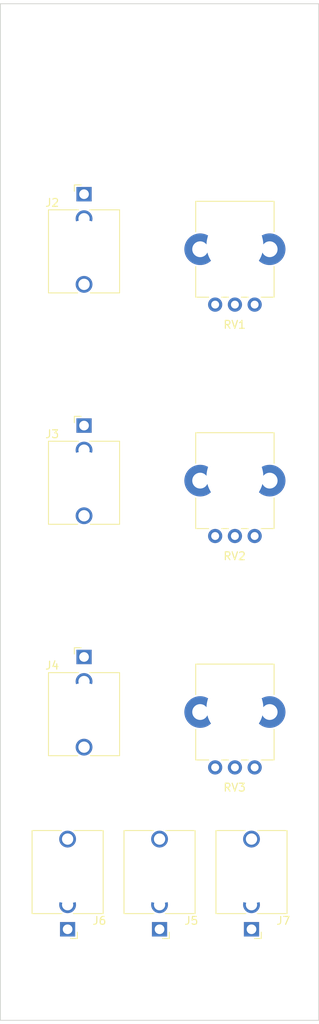
<source format=kicad_pcb>
(kicad_pcb (version 20221018) (generator pcbnew)
  (layers (0 "F.Cu" signal) (31 "B.Cu" signal) (34 "B.Paste" user) (35 "F.Paste" user) (36 "B.SilkS" user "B.Silkscreen") (37 "F.SilkS" user "F.Silkscreen") (38 "B.Mask" user) (39 "F.Mask" user) (44 "Edge.Cuts" user))
  (net 0 "")
  (net 1 "GND")
  (net 2 "Net-(J5-PadT)")
  (net 4 "Net-(J6-PadT)")
  (net 6 "Net-(J7-PadT)")
  (net 8 "/IN1")
  (net 9 "/IN2")
  (net 10 "/IN3")
  (net 11 "/IW1")
  (net 12 "/IW2")
  (net 13 "/IW3")
  (footprint "Custom_Footprints:Sub_Miniature_Switch_MountingHole_3.5mm" (layer "F.Cu") (at 144.36 140.1 180)
    (fp_text reference "Ref**" hide)
    (fp_text value "Subminiature_Switch" hide)
    (pad "" np_thru_hole circle (at 0 0 180) (size 6.4 6.4) (drill 6.4) (layers "F&B.Cu" "*.Mask"))
  )
  (footprint "Connector_Audio:Jack_3.5mm_QingPu_WQP-PJ398SM_Vertical_CircularHoles" (layer "F.Cu") (at 144.36 146.58 180)
    (fp_text reference "J5" (at -4.03 1.08) (layer "F.SilkS"))
    (fp_text value "INV OUT")
    (fp_line (start -4.5 1.98) (end -4.5 12.48) (stroke (width 0.12)) (layer "F.SilkS"))
    (fp_line (start -1.23 -1.17) (end -1.23 -0.37) (stroke (width 0.12)) (layer "F.SilkS"))
    (fp_line (start -1.23 -1.17) (end -0.37 -1.17) (stroke (width 0.12)) (layer "F.SilkS"))
    (fp_line (start -0.8 12.48) (end -4.5 12.48) (stroke (width 0.12)) (layer "F.SilkS"))
    (fp_line (start -0.72 1.98) (end -4.5 1.98) (stroke (width 0.12)) (layer "F.SilkS"))
    (fp_line (start 4.5 1.98) (end 0.72 1.98) (stroke (width 0.12)) (layer "F.SilkS"))
    (fp_line (start 4.5 1.98) (end 4.5 12.48) (stroke (width 0.12)) (layer "F.SilkS"))
    (fp_line (start 4.5 12.48) (end 0.8 12.48) (stroke (width 0.12)) (layer "F.SilkS"))
    (fp_circle (center 0 6.48) (end 1.8 6.48) (stroke (width 0.12)) (fill none) (layer "F.SilkS"))
    (pad "S" thru_hole rect (at 0 0) (size 1.93 1.83) (drill 1.22) (layers "*.Cu" "*.Mask") (net 1 "GND"))
    (pad "T" thru_hole circle (at 0 11.4) (size 2.13 2.13) (drill 1.43) (layers "*.Cu" "*.Mask") (net 2 "Net-(J5-PadT)"))
    (pad "TN" thru_hole circle (at 0 3.1) (size 2.13 2.13) (drill 1.42) (layers "*.Cu" "*.Mask"))
  )
  (footprint "Custom_Footprints:Sub_Miniature_Switch_MountingHole_3.5mm" (layer "F.Cu") (at 134.8 89.39)
    (fp_text reference "Ref**" hide)
    (fp_text value "Subminiature_Switch" hide)
    (pad "" np_thru_hole circle (at 0 0) (size 6.4 6.4) (drill 6.4) (layers "F&B.Cu" "*.Mask"))
  )
  (footprint "" (layer "F.Cu") (at 153.9 60.12)
    (fp_text reference "" (at 0 0) (layer "F.SilkS") (effects (font (size 1.27 1.27))))
    (fp_text value "" (at 0 0) (layer "F.SilkS") (effects (font (size 1.27 1.27))))
    (pad "" np_thru_hole circle (at 0 0) (size 7.2 7.2) (drill 7.2) (layers "F&B.Cu" "*.Mask"))
  )
  (footprint "Custom_Footprints:Sub_Miniature_Switch_MountingHole_3.5mm" (layer "F.Cu") (at 132.72 140.1 180)
    (fp_text reference "Ref**" hide)
    (fp_text value "Subminiature_Switch" hide)
    (pad "" np_thru_hole circle (at 0 0 180) (size 6.4 6.4) (drill 6.4) (layers "F&B.Cu" "*.Mask"))
  )
  (footprint "Custom_Footprints:Sub_Miniature_Switch_MountingHole_3.5mm" (layer "F.Cu") (at 134.8 118.64)
    (fp_text reference "Ref**" hide)
    (fp_text value "Subminiature_Switch" hide)
    (pad "" np_thru_hole circle (at 0 0) (size 6.4 6.4) (drill 6.4) (layers "F&B.Cu" "*.Mask"))
  )
  (footprint "Custom_Footprints:Sub_Miniature_Switch_MountingHole_3.5mm" (layer "F.Cu") (at 156 140.1 180)
    (fp_text reference "Ref**" hide)
    (fp_text value "Subminiature_Switch" hide)
    (pad "" np_thru_hole circle (at 0 0 180) (size 6.4 6.4) (drill 6.4) (layers "F&B.Cu" "*.Mask"))
  )
  (footprint "MountingHole:MountingHole_3.2mm_M3" (layer "F.Cu") (at 157.11 32.59)
    (fp_text reference "REF**" hide)
    (fp_text value "MountingHole_3.2mm_M3" hide)
    (pad "" np_thru_hole oval (at 0 0) (size 7 3.2) (drill oval 7 3.2) (layers "F&B.Cu" "*.Mask"))
  )
  (footprint "MountingHole:MountingHole_3.2mm_M3" (layer "F.Cu") (at 131.71 32.59)
    (fp_text reference "REF**" hide)
    (fp_text value "MountingHole_3.2mm_M3" hide)
    (pad "" np_thru_hole oval (at 0 0) (size 7 3.2) (drill oval 7 3.2) (layers "F&B.Cu" "*.Mask"))
  )
  (footprint "Connector_Audio:Jack_3.5mm_QingPu_WQP-PJ398SM_Vertical_CircularHoles" (layer "F.Cu") (at 134.8 112.16)
    (fp_text reference "J4" (at -4.03 1.08 180) (layer "F.SilkS"))
    (fp_text value "IN3")
    (fp_line (start -4.5 1.98) (end -4.5 12.48) (stroke (width 0.12)) (layer "F.SilkS"))
    (fp_line (start -1.23 -1.17) (end -1.23 -0.37) (stroke (width 0.12)) (layer "F.SilkS"))
    (fp_line (start -1.23 -1.17) (end -0.37 -1.17) (stroke (width 0.12)) (layer "F.SilkS"))
    (fp_line (start -0.8 12.48) (end -4.5 12.48) (stroke (width 0.12)) (layer "F.SilkS"))
    (fp_line (start -0.72 1.98) (end -4.5 1.98) (stroke (width 0.12)) (layer "F.SilkS"))
    (fp_line (start 4.5 1.98) (end 0.72 1.98) (stroke (width 0.12)) (layer "F.SilkS"))
    (fp_line (start 4.5 1.98) (end 4.5 12.48) (stroke (width 0.12)) (layer "F.SilkS"))
    (fp_line (start 4.5 12.48) (end 0.8 12.48) (stroke (width 0.12)) (layer "F.SilkS"))
    (fp_circle (center 0 6.48) (end 1.8 6.48) (stroke (width 0.12)) (fill none) (layer "F.SilkS"))
    (pad "S" thru_hole rect (at 0 0 180) (size 1.93 1.83) (drill 1.22) (layers "*.Cu" "*.Mask") (net 1 "GND"))
    (pad "T" thru_hole circle (at 0 11.4 180) (size 2.13 2.13) (drill 1.43) (layers "*.Cu" "*.Mask") (net 10 "/IN3"))
    (pad "TN" thru_hole circle (at 0 3.1 180) (size 2.13 2.13) (drill 1.42) (layers "*.Cu" "*.Mask") (net 1 "GND"))
  )
  (footprint "" (layer "F.Cu") (at 153.9 118.62)
    (fp_text reference "" (at 0 0) (layer "F.SilkS") (effects (font (size 1.27 1.27))))
    (fp_text value "" (at 0 0) (layer "F.SilkS") (effects (font (size 1.27 1.27))))
    (pad "" np_thru_hole circle (at 0 0) (size 7.2 7.2) (drill 7.2) (layers "F&B.Cu" "*.Mask"))
  )
  (footprint "Connector_Audio:Jack_3.5mm_QingPu_WQP-PJ398SM_Vertical_CircularHoles" (layer "F.Cu") (at 134.8 82.91)
    (fp_text reference "J3" (at -4.03 1.08 180) (layer "F.SilkS"))
    (fp_text value "IN2")
    (fp_line (start -4.5 1.98) (end -4.5 12.48) (stroke (width 0.12)) (layer "F.SilkS"))
    (fp_line (start -1.23 -1.17) (end -1.23 -0.37) (stroke (width 0.12)) (layer "F.SilkS"))
    (fp_line (start -1.23 -1.17) (end -0.37 -1.17) (stroke (width 0.12)) (layer "F.SilkS"))
    (fp_line (start -0.8 12.48) (end -4.5 12.48) (stroke (width 0.12)) (layer "F.SilkS"))
    (fp_line (start -0.72 1.98) (end -4.5 1.98) (stroke (width 0.12)) (layer "F.SilkS"))
    (fp_line (start 4.5 1.98) (end 0.72 1.98) (stroke (width 0.12)) (layer "F.SilkS"))
    (fp_line (start 4.5 1.98) (end 4.5 12.48) (stroke (width 0.12)) (layer "F.SilkS"))
    (fp_line (start 4.5 12.48) (end 0.8 12.48) (stroke (width 0.12)) (layer "F.SilkS"))
    (fp_circle (center 0 6.48) (end 1.8 6.48) (stroke (width 0.12)) (fill none) (layer "F.SilkS"))
    (pad "S" thru_hole rect (at 0 0 180) (size 1.93 1.83) (drill 1.22) (layers "*.Cu" "*.Mask") (net 1 "GND"))
    (pad "T" thru_hole circle (at 0 11.4 180) (size 2.13 2.13) (drill 1.43) (layers "*.Cu" "*.Mask") (net 9 "/IN2"))
    (pad "TN" thru_hole circle (at 0 3.1 180) (size 2.13 2.13) (drill 1.42) (layers "*.Cu" "*.Mask") (net 1 "GND"))
  )
  (footprint "Custom_Footprints:Alpha_9mm_Potentiometer_Aligned" (layer "F.Cu") (at 153.9 118.62)
    (fp_text reference "RV3" (at -0.04 10.04) (layer "F.SilkS"))
    (fp_text value "100k")
    (fp_line (start -4.961 -5.56) (end 4.96 -5.56) (stroke (width 0.12)) (layer "F.SilkS"))
    (fp_line (start -4.961 -1.695) (end -4.961 -5.56) (stroke (width 0.12)) (layer "F.SilkS"))
    (fp_line (start -4.961 6.56) (end -4.961 2.694) (stroke (width 0.12)) (layer "F.SilkS"))
    (fp_line (start -4.961 6.56) (end -3.325 6.56) (stroke (width 0.12)) (layer "F.SilkS"))
    (fp_line (start -1.675 6.56) (end -0.825 6.56) (stroke (width 0.12)) (layer "F.SilkS"))
    (fp_line (start 0.825 6.56) (end 1.675 6.56) (stroke (width 0.12)) (layer "F.SilkS"))
    (fp_line (start 3.325 6.56) (end 4.96 6.56) (stroke (width 0.12)) (layer "F.SilkS"))
    (fp_line (start 4.96 -1.695) (end 4.96 -5.56) (stroke (width 0.12)) (layer "F.SilkS"))
    (fp_line (start 4.96 6.56) (end 4.96 2.694) (stroke (width 0.12)) (layer "F.SilkS"))
    (fp_arc (start -2.762432 -1.171982) (mid -0.000553 -3.000762) (end 2.762 -1.173) (stroke (width 0.12)) (layer "F.SilkS"))
    (fp_arc (start 2.297753 1.928295) (mid -0.000192 2.999665) (end -2.298 1.928) (stroke (width 0.12)) (layer "F.SilkS"))
    (pad "" np_thru_hole circle (at -4.4 0.5 90) (size 4 4) (drill 2) (layers "*.Cu" "*.Mask"))
    (pad "" np_thru_hole circle (at 4.4 0.5 90) (size 4 4) (drill 2) (layers "*.Cu" "*.Mask"))
    (pad "1" thru_hole circle (at -2.5 7.5 90) (size 1.8 1.8) (drill 1) (layers "*.Cu" "*.Mask") (net 1 "GND"))
    (pad "2" thru_hole circle (at 0 7.5 90) (size 1.8 1.8) (drill 1) (layers "*.Cu" "*.Mask") (net 13 "/IW3"))
    (pad "3" thru_hole circle (at 2.5 7.5 90) (size 1.8 1.8) (drill 1) (layers "*.Cu" "*.Mask") (net 10 "/IN3"))
  )
  (footprint "" (layer "F.Cu") (at 153.9 89.37)
    (fp_text reference "" (at 0 0) (layer "F.SilkS") (effects (font (size 1.27 1.27))))
    (fp_text value "" (at 0 0) (layer "F.SilkS") (effects (font (size 1.27 1.27))))
    (pad "" np_thru_hole circle (at 0 0) (size 7.2 7.2) (drill 7.2) (layers "F&B.Cu" "*.Mask"))
  )
  (footprint "Custom_Footprints:Alpha_9mm_Potentiometer_Aligned" (layer "F.Cu") (at 153.9 60.12)
    (fp_text reference "RV1" (at -0.04 10.04) (layer "F.SilkS"))
    (fp_text value "100k")
    (fp_line (start -4.961 -5.56) (end 4.96 -5.56) (stroke (width 0.12)) (layer "F.SilkS"))
    (fp_line (start -4.961 -1.695) (end -4.961 -5.56) (stroke (width 0.12)) (layer "F.SilkS"))
    (fp_line (start -4.961 6.56) (end -4.961 2.694) (stroke (width 0.12)) (layer "F.SilkS"))
    (fp_line (start -4.961 6.56) (end -3.325 6.56) (stroke (width 0.12)) (layer "F.SilkS"))
    (fp_line (start -1.675 6.56) (end -0.825 6.56) (stroke (width 0.12)) (layer "F.SilkS"))
    (fp_line (start 0.825 6.56) (end 1.675 6.56) (stroke (width 0.12)) (layer "F.SilkS"))
    (fp_line (start 3.325 6.56) (end 4.96 6.56) (stroke (width 0.12)) (layer "F.SilkS"))
    (fp_line (start 4.96 -1.695) (end 4.96 -5.56) (stroke (width 0.12)) (layer "F.SilkS"))
    (fp_line (start 4.96 6.56) (end 4.96 2.694) (stroke (width 0.12)) (layer "F.SilkS"))
    (fp_arc (start -2.762432 -1.171982) (mid -0.000553 -3.000762) (end 2.762 -1.173) (stroke (width 0.12)) (layer "F.SilkS"))
    (fp_arc (start 2.297753 1.928295) (mid -0.000192 2.999665) (end -2.298 1.928) (stroke (width 0.12)) (layer "F.SilkS"))
    (pad "" np_thru_hole circle (at -4.4 0.5 90) (size 4 4) (drill 2) (layers "*.Cu" "*.Mask"))
    (pad "" np_thru_hole circle (at 4.4 0.5 90) (size 4 4) (drill 2) (layers "*.Cu" "*.Mask"))
    (pad "1" thru_hole circle (at -2.5 7.5 90) (size 1.8 1.8) (drill 1) (layers "*.Cu" "*.Mask") (net 1 "GND"))
    (pad "2" thru_hole circle (at 0 7.5 90) (size 1.8 1.8) (drill 1) (layers "*.Cu" "*.Mask") (net 11 "/IW1"))
    (pad "3" thru_hole circle (at 2.5 7.5 90) (size 1.8 1.8) (drill 1) (layers "*.Cu" "*.Mask") (net 8 "/IN1"))
  )
  (footprint "Connector_Audio:Jack_3.5mm_QingPu_WQP-PJ398SM_Vertical_CircularHoles" (layer "F.Cu") (at 156 146.58 180)
    (fp_text reference "J7" (at -4.03 1.08) (layer "F.SilkS"))
    (fp_text value "CLP OUT")
    (fp_line (start -4.5 1.98) (end -4.5 12.48) (stroke (width 0.12)) (layer "F.SilkS"))
    (fp_line (start -1.23 -1.17) (end -1.23 -0.37) (stroke (width 0.12)) (layer "F.SilkS"))
    (fp_line (start -1.23 -1.17) (end -0.37 -1.17) (stroke (width 0.12)) (layer "F.SilkS"))
    (fp_line (start -0.8 12.48) (end -4.5 12.48) (stroke (width 0.12)) (layer "F.SilkS"))
    (fp_line (start -0.72 1.98) (end -4.5 1.98) (stroke (width 0.12)) (layer "F.SilkS"))
    (fp_line (start 4.5 1.98) (end 0.72 1.98) (stroke (width 0.12)) (layer "F.SilkS"))
    (fp_line (start 4.5 1.98) (end 4.5 12.48) (stroke (width 0.12)) (layer "F.SilkS"))
    (fp_line (start 4.5 12.48) (end 0.8 12.48) (stroke (width 0.12)) (layer "F.SilkS"))
    (fp_circle (center 0 6.48) (end 1.8 6.48) (stroke (width 0.12)) (fill none) (layer "F.SilkS"))
    (pad "S" thru_hole rect (at 0 0) (size 1.93 1.83) (drill 1.22) (layers "*.Cu" "*.Mask") (net 1 "GND"))
    (pad "T" thru_hole circle (at 0 11.4) (size 2.13 2.13) (drill 1.43) (layers "*.Cu" "*.Mask") (net 6 "Net-(J7-PadT)"))
    (pad "TN" thru_hole circle (at 0 3.1) (size 2.13 2.13) (drill 1.42) (layers "*.Cu" "*.Mask"))
  )
  (footprint "Connector_Audio:Jack_3.5mm_QingPu_WQP-PJ398SM_Vertical_CircularHoles" (layer "F.Cu") (at 132.72 146.58 180)
    (fp_text reference "J6" (at -4.03 1.08) (layer "F.SilkS"))
    (fp_text value "OUT")
    (fp_line (start -4.5 1.98) (end -4.5 12.48) (stroke (width 0.12)) (layer "F.SilkS"))
    (fp_line (start -1.23 -1.17) (end -1.23 -0.37) (stroke (width 0.12)) (layer "F.SilkS"))
    (fp_line (start -1.23 -1.17) (end -0.37 -1.17) (stroke (width 0.12)) (layer "F.SilkS"))
    (fp_line (start -0.8 12.48) (end -4.5 12.48) (stroke (width 0.12)) (layer "F.SilkS"))
    (fp_line (start -0.72 1.98) (end -4.5 1.98) (stroke (width 0.12)) (layer "F.SilkS"))
    (fp_line (start 4.5 1.98) (end 0.72 1.98) (stroke (width 0.12)) (layer "F.SilkS"))
    (fp_line (start 4.5 1.98) (end 4.5 12.48) (stroke (width 0.12)) (layer "F.SilkS"))
    (fp_line (start 4.5 12.48) (end 0.8 12.48) (stroke (width 0.12)) (layer "F.SilkS"))
    (fp_circle (center 0 6.48) (end 1.8 6.48) (stroke (width 0.12)) (fill none) (layer "F.SilkS"))
    (pad "S" thru_hole rect (at 0 0) (size 1.93 1.83) (drill 1.22) (layers "*.Cu" "*.Mask") (net 1 "GND"))
    (pad "T" thru_hole circle (at 0 11.4) (size 2.13 2.13) (drill 1.43) (layers "*.Cu" "*.Mask") (net 4 "Net-(J6-PadT)"))
    (pad "TN" thru_hole circle (at 0 3.1) (size 2.13 2.13) (drill 1.42) (layers "*.Cu" "*.Mask"))
  )
  (footprint "Custom_Footprints:Sub_Miniature_Switch_MountingHole_3.5mm" (layer "F.Cu") (at 134.8 60.14)
    (fp_text reference "Ref**" hide)
    (fp_text value "Subminiature_Switch" hide)
    (pad "" np_thru_hole circle (at 0 0) (size 6.4 6.4) (drill 6.4) (layers "F&B.Cu" "*.Mask"))
  )
  (footprint "MountingHole:MountingHole_3.2mm_M3" (layer "F.Cu") (at 131.71 155.09)
    (fp_text reference "REF**" hide)
    (fp_text value "MountingHole_3.2mm_M3" hide)
    (pad "" np_thru_hole oval (at 0 0) (size 7 3.2) (drill oval 7 3.2) (layers "F&B.Cu" "*.Mask"))
  )
  (footprint "Connector_Audio:Jack_3.5mm_QingPu_WQP-PJ398SM_Vertical_CircularHoles" (layer "F.Cu") (at 134.8 53.66)
    (fp_text reference "J2" (at -4.03 1.08 180) (layer "F.SilkS"))
    (fp_text value "IN1")
    (fp_line (start -4.5 1.98) (end -4.5 12.48) (stroke (width 0.12)) (layer "F.SilkS"))
    (fp_line (start -1.23 -1.17) (end -1.23 -0.37) (stroke (width 0.12)) (layer "F.SilkS"))
    (fp_line (start -1.23 -1.17) (end -0.37 -1.17) (stroke (width 0.12)) (layer "F.SilkS"))
    (fp_line (start -0.8 12.48) (end -4.5 12.48) (stroke (width 0.12)) (layer "F.SilkS"))
    (fp_line (start -0.72 1.98) (end -4.5 1.98) (stroke (width 0.12)) (layer "F.SilkS"))
    (fp_line (start 4.5 1.98) (end 0.72 1.98) (stroke (width 0.12)) (layer "F.SilkS"))
    (fp_line (start 4.5 1.98) (end 4.5 12.48) (stroke (width 0.12)) (layer "F.SilkS"))
    (fp_line (start 4.5 12.48) (end 0.8 12.48) (stroke (width 0.12)) (layer "F.SilkS"))
    (fp_circle (center 0 6.48) (end 1.8 6.48) (stroke (width 0.12)) (fill none) (layer "F.SilkS"))
    (pad "S" thru_hole rect (at 0 0 180) (size 1.93 1.83) (drill 1.22) (layers "*.Cu" "*.Mask") (net 1 "GND"))
    (pad "T" thru_hole circle (at 0 11.4 180) (size 2.13 2.13) (drill 1.43) (layers "*.Cu" "*.Mask") (net 8 "/IN1"))
    (pad "TN" thru_hole circle (at 0 3.1 180) (size 2.13 2.13) (drill 1.42) (layers "*.Cu" "*.Mask") (net 1 "GND"))
  )
  (footprint "Custom_Footprints:Alpha_9mm_Potentiometer_Aligned" (layer "F.Cu") (at 153.9 89.37)
    (fp_text reference "RV2" (at -0.04 10.04) (layer "F.SilkS"))
    (fp_text value "100k")
    (fp_line (start -4.961 -5.56) (end 4.96 -5.56) (stroke (width 0.12)) (layer "F.SilkS"))
    (fp_line (start -4.961 -1.695) (end -4.961 -5.56) (stroke (width 0.12)) (layer "F.SilkS"))
    (fp_line (start -4.961 6.56) (end -4.961 2.694) (stroke (width 0.12)) (layer "F.SilkS"))
    (fp_line (start -4.961 6.56) (end -3.325 6.56) (stroke (width 0.12)) (layer "F.SilkS"))
    (fp_line (start -1.675 6.56) (end -0.825 6.56) (stroke (width 0.12)) (layer "F.SilkS"))
    (fp_line (start 0.825 6.56) (end 1.675 6.56) (stroke (width 0.12)) (layer "F.SilkS"))
    (fp_line (start 3.325 6.56) (end 4.96 6.56) (stroke (width 0.12)) (layer "F.SilkS"))
    (fp_line (start 4.96 -1.695) (end 4.96 -5.56) (stroke (width 0.12)) (layer "F.SilkS"))
    (fp_line (start 4.96 6.56) (end 4.96 2.694) (stroke (width 0.12)) (layer "F.SilkS"))
    (fp_arc (start -2.762432 -1.171982) (mid -0.000553 -3.000762) (end 2.762 -1.173) (stroke (width 0.12)) (layer "F.SilkS"))
    (fp_arc (start 2.297753 1.928295) (mid -0.000192 2.999665) (end -2.298 1.928) (stroke (width 0.12)) (layer "F.SilkS"))
    (pad "" np_thru_hole circle (at -4.4 0.5 90) (size 4 4) (drill 2) (layers "*.Cu" "*.Mask"))
    (pad "" np_thru_hole circle (at 4.4 0.5 90) (size 4 4) (drill 2) (layers "*.Cu" "*.Mask"))
    (pad "1" thru_hole circle (at -2.5 7.5 90) (size 1.8 1.8) (drill 1) (layers "*.Cu" "*.Mask") (net 1 "GND"))
    (pad "2" thru_hole circle (at 0 7.5 90) (size 1.8 1.8) (drill 1) (layers "*.Cu" "*.Mask") (net 12 "/IW2"))
    (pad "3" thru_hole circle (at 2.5 7.5 90) (size 1.8 1.8) (drill 1) (layers "*.Cu" "*.Mask") (net 9 "/IN2"))
  )
  (footprint "MountingHole:MountingHole_3.2mm_M3" (layer "F.Cu") (at 157.11 155.09)
    (fp_text reference "REF**" hide)
    (fp_text value "MountingHole_3.2mm_M3" hide)
    (pad "" np_thru_hole oval (at 0 0) (size 7 3.2) (drill oval 7 3.2) (layers "F&B.Cu" "*.Mask"))
  )
  (gr_line (start 124.21 158.09) (end 124.21 29.59) (stroke (width 0.1)) (layer "Edge.Cuts"))
  (gr_line (start 164.51 158.09) (end 124.21 158.09) (stroke (width 0.1)) (layer "Edge.Cuts"))
  (gr_line (start 164.51 29.59) (end 164.51 158.09) (stroke (width 0.1)) (layer "Edge.Cuts"))
  (gr_line (start 124.21 29.59) (end 164.51 29.59) (stroke (width 0.1)) (layer "Edge.Cuts"))
)
</source>
